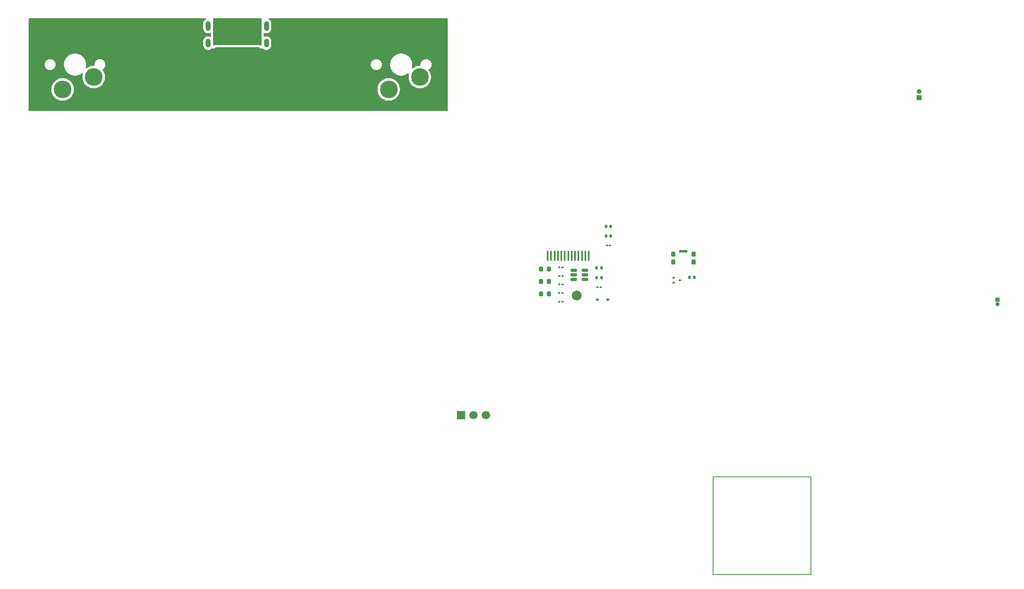
<source format=gbr>
%TF.GenerationSoftware,KiCad,Pcbnew,9.0.3*%
%TF.CreationDate,2025-07-16T09:35:22-04:00*%
%TF.ProjectId,board,626f6172-642e-46b6-9963-61645f706362,rev?*%
%TF.SameCoordinates,Original*%
%TF.FileFunction,Copper,L1,Top*%
%TF.FilePolarity,Positive*%
%FSLAX46Y46*%
G04 Gerber Fmt 4.6, Leading zero omitted, Abs format (unit mm)*
G04 Created by KiCad (PCBNEW 9.0.3) date 2025-07-16 09:35:22*
%MOMM*%
%LPD*%
G01*
G04 APERTURE LIST*
G04 Aperture macros list*
%AMRoundRect*
0 Rectangle with rounded corners*
0 $1 Rounding radius*
0 $2 $3 $4 $5 $6 $7 $8 $9 X,Y pos of 4 corners*
0 Add a 4 corners polygon primitive as box body*
4,1,4,$2,$3,$4,$5,$6,$7,$8,$9,$2,$3,0*
0 Add four circle primitives for the rounded corners*
1,1,$1+$1,$2,$3*
1,1,$1+$1,$4,$5*
1,1,$1+$1,$6,$7*
1,1,$1+$1,$8,$9*
0 Add four rect primitives between the rounded corners*
20,1,$1+$1,$2,$3,$4,$5,0*
20,1,$1+$1,$4,$5,$6,$7,0*
20,1,$1+$1,$6,$7,$8,$9,0*
20,1,$1+$1,$8,$9,$2,$3,0*%
G04 Aperture macros list end*
%TA.AperFunction,NonConductor*%
%ADD10C,0.200000*%
%TD*%
%TA.AperFunction,ComponentPad*%
%ADD11C,3.600000*%
%TD*%
%TA.AperFunction,ComponentPad*%
%ADD12O,1.000000X2.000000*%
%TD*%
%TA.AperFunction,ComponentPad*%
%ADD13O,1.000000X1.800000*%
%TD*%
%TA.AperFunction,SMDPad,CuDef*%
%ADD14RoundRect,0.135000X-0.135000X-0.185000X0.135000X-0.185000X0.135000X0.185000X-0.135000X0.185000X0*%
%TD*%
%TA.AperFunction,SMDPad,CuDef*%
%ADD15RoundRect,0.140000X-0.140000X-0.170000X0.140000X-0.170000X0.140000X0.170000X-0.140000X0.170000X0*%
%TD*%
%TA.AperFunction,SMDPad,CuDef*%
%ADD16RoundRect,0.100000X0.155000X0.100000X-0.155000X0.100000X-0.155000X-0.100000X0.155000X-0.100000X0*%
%TD*%
%TA.AperFunction,ComponentPad*%
%ADD17R,1.000000X1.000000*%
%TD*%
%TA.AperFunction,ComponentPad*%
%ADD18C,1.000000*%
%TD*%
%TA.AperFunction,SMDPad,CuDef*%
%ADD19RoundRect,0.100000X-0.130000X-0.100000X0.130000X-0.100000X0.130000X0.100000X-0.130000X0.100000X0*%
%TD*%
%TA.AperFunction,SMDPad,CuDef*%
%ADD20RoundRect,0.218750X-0.218750X-0.256250X0.218750X-0.256250X0.218750X0.256250X-0.218750X0.256250X0*%
%TD*%
%TA.AperFunction,SMDPad,CuDef*%
%ADD21RoundRect,0.225000X-0.225000X-0.250000X0.225000X-0.250000X0.225000X0.250000X-0.225000X0.250000X0*%
%TD*%
%TA.AperFunction,SMDPad,CuDef*%
%ADD22RoundRect,0.135000X-0.315000X-0.365000X0.315000X-0.365000X0.315000X0.365000X-0.315000X0.365000X0*%
%TD*%
%TA.AperFunction,SMDPad,CuDef*%
%ADD23RoundRect,0.082500X-0.767500X-0.192500X0.767500X-0.192500X0.767500X0.192500X-0.767500X0.192500X0*%
%TD*%
%TA.AperFunction,ConnectorPad*%
%ADD24R,0.350000X2.000000*%
%TD*%
%TA.AperFunction,SMDPad,CuDef*%
%ADD25RoundRect,0.150000X-0.512500X-0.150000X0.512500X-0.150000X0.512500X0.150000X-0.512500X0.150000X0*%
%TD*%
%TA.AperFunction,SMDPad,CuDef*%
%ADD26RoundRect,0.112500X-0.187500X-0.112500X0.187500X-0.112500X0.187500X0.112500X-0.187500X0.112500X0*%
%TD*%
%TA.AperFunction,SMDPad,CuDef*%
%ADD27C,2.000000*%
%TD*%
%TA.AperFunction,ComponentPad*%
%ADD28R,0.850000X0.850000*%
%TD*%
%TA.AperFunction,ComponentPad*%
%ADD29C,0.850000*%
%TD*%
%TA.AperFunction,ComponentPad*%
%ADD30R,1.700000X1.700000*%
%TD*%
%TA.AperFunction,ComponentPad*%
%ADD31C,1.700000*%
%TD*%
G04 APERTURE END LIST*
D10*
X160000000Y-114000000D02*
X180000000Y-114000000D01*
X180000000Y-134000000D01*
X160000000Y-134000000D01*
X160000000Y-114000000D01*
D11*
%TO.P,SW1,1,1*%
%TO.N,/BUTTON_L*%
X33510000Y-32240000D03*
%TO.P,SW1,2,2*%
%TO.N,GND*%
X27160000Y-34780000D03*
%TD*%
%TO.P,SW2,1,1*%
%TO.N,/BUTTON_R*%
X100110000Y-32240000D03*
%TO.P,SW2,2,2*%
%TO.N,GND*%
X93760000Y-34780000D03*
%TD*%
D12*
%TO.P,J1,SH4,SHIELD*%
%TO.N,GND*%
X68780750Y-21800000D03*
%TO.P,J1,SH3,SHIELD*%
X56880750Y-21800000D03*
D13*
%TO.P,J1,SH2,SHIELD*%
X68780750Y-25300000D03*
%TO.P,J1,SH1,SHIELD*%
X56880750Y-25300000D03*
%TD*%
D14*
%TO.P,R5,1*%
%TO.N,/SNS_VBAT_EN*%
X155180000Y-73200000D03*
%TO.P,R5,2*%
%TO.N,GND*%
X156200000Y-73200000D03*
%TD*%
D15*
%TO.P,C29,1*%
%TO.N,9V*%
X138125000Y-62790000D03*
%TO.P,C29,2*%
%TO.N,GND*%
X139085000Y-62790000D03*
%TD*%
D14*
%TO.P,R20,1*%
%TO.N,Net-(U9-FB)*%
X136225000Y-73290000D03*
%TO.P,R20,2*%
%TO.N,9V*%
X137245000Y-73290000D03*
%TD*%
D16*
%TO.P,Q1,1,G*%
%TO.N,/SNS_VBAT_EN*%
X151920000Y-73280000D03*
%TO.P,Q1,2,S*%
%TO.N,VBAT*%
X151920000Y-74280000D03*
%TO.P,Q1,3,D*%
%TO.N,Net-(Q1-D)*%
X153210000Y-73780000D03*
%TD*%
D17*
%TO.P,J2,1,Pin_1*%
%TO.N,VBAT*%
X202100000Y-36500000D03*
D18*
%TO.P,J2,2,Pin_2*%
%TO.N,GND*%
X202100000Y-35230000D03*
%TD*%
D19*
%TO.P,C39,1*%
%TO.N,3V3*%
X128585000Y-74680000D03*
%TO.P,C39,2*%
%TO.N,GND*%
X129225000Y-74680000D03*
%TD*%
D14*
%TO.P,R13,1*%
%TO.N,GND*%
X136225000Y-71300000D03*
%TO.P,R13,2*%
%TO.N,/DISP_REG_EN*%
X137245000Y-71300000D03*
%TD*%
D20*
%TO.P,L2,1,1*%
%TO.N,VSYS*%
X124887500Y-76580000D03*
%TO.P,L2,2,2*%
%TO.N,Net-(D1-A)*%
X126462500Y-76580000D03*
%TD*%
D21*
%TO.P,C42,1*%
%TO.N,9V*%
X124900000Y-74070000D03*
%TO.P,C42,2*%
%TO.N,GND*%
X126450000Y-74070000D03*
%TD*%
D19*
%TO.P,R21,1*%
%TO.N,GND*%
X136415000Y-75280000D03*
%TO.P,R21,2*%
%TO.N,Net-(U9-FB)*%
X137055000Y-75280000D03*
%TD*%
D15*
%TO.P,C37,1*%
%TO.N,Net-(DS2-VCOMH)*%
X138125000Y-64760000D03*
%TO.P,C37,2*%
%TO.N,GND*%
X139085000Y-64760000D03*
%TD*%
D22*
%TO.P,SW3,1,1*%
%TO.N,/BUTTON_MENU*%
X151890000Y-68480000D03*
X155990000Y-68480000D03*
%TO.P,SW3,2,2*%
%TO.N,GND*%
X151890000Y-70080000D03*
X155990000Y-70080000D03*
D23*
%TO.P,SW3,SH,B*%
X153940000Y-67855000D03*
%TD*%
D19*
%TO.P,C38,1*%
%TO.N,3V3*%
X128585000Y-72930000D03*
%TO.P,C38,2*%
%TO.N,GND*%
X129225000Y-72930000D03*
%TD*%
%TO.P,R6,1*%
%TO.N,GND*%
X128585000Y-76430000D03*
%TO.P,R6,2*%
%TO.N,Net-(DS2-IREF)*%
X129225000Y-76430000D03*
%TD*%
%TO.P,C41,1*%
%TO.N,GND*%
X138285000Y-66730000D03*
%TO.P,C41,2*%
%TO.N,VSYS*%
X138925000Y-66730000D03*
%TD*%
D24*
%TO.P,DS2,1,NC*%
%TO.N,unconnected-(DS2-NC-Pad1)*%
X126220000Y-68805000D03*
%TO.P,DS2,2,VPP*%
%TO.N,9V*%
X126920000Y-68805000D03*
%TO.P,DS2,3,VCOMH*%
%TO.N,Net-(DS2-VCOMH)*%
X127620000Y-68805000D03*
%TO.P,DS2,4,VDD*%
%TO.N,3V3*%
X128320000Y-68805000D03*
%TO.P,DS2,5,IM1*%
%TO.N,GND*%
X129020000Y-68805000D03*
%TO.P,DS2,6,IREF*%
%TO.N,Net-(DS2-IREF)*%
X129720000Y-68805000D03*
%TO.P,DS2,7,~{CS}*%
%TO.N,/DISP_PIN_CS*%
X130420000Y-68805000D03*
%TO.P,DS2,8,~{RES}*%
%TO.N,/DISP_PIN_RST*%
X131120000Y-68805000D03*
%TO.P,DS2,9,DC*%
%TO.N,/DISP_PIN_DC*%
X131820000Y-68805000D03*
%TO.P,DS2,10,D0*%
%TO.N,/DISP_PIN_SCLK*%
X132520000Y-68805000D03*
%TO.P,DS2,11,D1*%
%TO.N,/DISP_PIN_MOSI*%
X133220000Y-68805000D03*
%TO.P,DS2,12,VSS*%
%TO.N,GND*%
X133920000Y-68805000D03*
%TO.P,DS2,13,NC*%
%TO.N,unconnected-(DS2-NC-Pad13)*%
X134620000Y-68805000D03*
%TD*%
D21*
%TO.P,C40,1*%
%TO.N,GND*%
X124900000Y-71560000D03*
%TO.P,C40,2*%
%TO.N,VSYS*%
X126450000Y-71560000D03*
%TD*%
D19*
%TO.P,R12,1*%
%TO.N,3V3*%
X128585000Y-78180000D03*
%TO.P,R12,2*%
%TO.N,/DISP_PIN_CS*%
X129225000Y-78180000D03*
%TD*%
D25*
%TO.P,U9,1,SW*%
%TO.N,Net-(D1-A)*%
X131567500Y-71755000D03*
%TO.P,U9,2,GND*%
%TO.N,GND*%
X131567500Y-72705000D03*
%TO.P,U9,3,FB*%
%TO.N,Net-(U9-FB)*%
X131567500Y-73655000D03*
%TO.P,U9,4,EN*%
%TO.N,/DISP_REG_EN*%
X133842500Y-73655000D03*
%TO.P,U9,5,IN*%
%TO.N,VSYS*%
X133842500Y-72705000D03*
%TO.P,U9,6,NC*%
%TO.N,unconnected-(U9-NC-Pad6)*%
X133842500Y-71755000D03*
%TD*%
D26*
%TO.P,D1,1,K*%
%TO.N,9V*%
X136400000Y-77750000D03*
%TO.P,D1,2,A*%
%TO.N,Net-(D1-A)*%
X138500000Y-77750000D03*
%TD*%
D27*
%TO.P,TP6,1,1*%
%TO.N,9V*%
X132155000Y-76950000D03*
%TD*%
D19*
%TO.P,C33,1*%
%TO.N,9V*%
X128585000Y-71180000D03*
%TO.P,C33,2*%
%TO.N,GND*%
X129225000Y-71180000D03*
%TD*%
D28*
%TO.P,J3,1,Pin_1*%
%TO.N,Net-(J3-Pin_1)*%
X218110000Y-77750000D03*
D29*
%TO.P,J3,2,Pin_2*%
%TO.N,Net-(J3-Pin_2)*%
X218110000Y-78750000D03*
%TD*%
D30*
%TO.P,J4,1,Pin_1*%
%TO.N,Net-(J4-Pin_1)*%
X108510000Y-101450000D03*
D31*
%TO.P,J4,2,Pin_2*%
%TO.N,GND*%
X111050000Y-101450000D03*
%TO.P,J4,3,Pin_3*%
%TO.N,Net-(J4-Pin_3)*%
X113589999Y-101450000D03*
%TD*%
%TA.AperFunction,Conductor*%
%TO.N,3V3*%
G36*
X56383680Y-20220185D02*
G01*
X56429435Y-20272989D01*
X56439379Y-20342147D01*
X56410354Y-20405703D01*
X56385532Y-20427602D01*
X56242968Y-20522860D01*
X56242964Y-20522863D01*
X56103613Y-20662214D01*
X56103610Y-20662218D01*
X55994121Y-20826079D01*
X55994114Y-20826092D01*
X55918700Y-21008160D01*
X55918697Y-21008170D01*
X55880250Y-21201456D01*
X55880250Y-21201459D01*
X55880250Y-22398541D01*
X55880250Y-22398543D01*
X55880249Y-22398543D01*
X55918697Y-22591829D01*
X55918700Y-22591839D01*
X55994114Y-22773907D01*
X55994121Y-22773920D01*
X56103610Y-22937781D01*
X56103613Y-22937785D01*
X56242964Y-23077136D01*
X56242968Y-23077139D01*
X56406829Y-23186628D01*
X56406842Y-23186635D01*
X56530174Y-23237720D01*
X56588915Y-23262051D01*
X56588919Y-23262051D01*
X56588920Y-23262052D01*
X56782206Y-23300500D01*
X56782209Y-23300500D01*
X56979293Y-23300500D01*
X57109332Y-23274632D01*
X57172585Y-23262051D01*
X57288799Y-23213913D01*
X57358266Y-23206445D01*
X57420746Y-23237720D01*
X57456398Y-23297809D01*
X57460250Y-23328475D01*
X57460250Y-23871524D01*
X57440565Y-23938563D01*
X57387761Y-23984318D01*
X57318603Y-23994262D01*
X57288798Y-23986085D01*
X57172589Y-23937950D01*
X57172579Y-23937947D01*
X56979293Y-23899500D01*
X56979291Y-23899500D01*
X56782209Y-23899500D01*
X56782207Y-23899500D01*
X56588920Y-23937947D01*
X56588910Y-23937950D01*
X56406842Y-24013364D01*
X56406829Y-24013371D01*
X56242968Y-24122860D01*
X56242964Y-24122863D01*
X56103613Y-24262214D01*
X56103610Y-24262218D01*
X55994121Y-24426079D01*
X55994114Y-24426092D01*
X55918700Y-24608160D01*
X55918697Y-24608170D01*
X55880250Y-24801456D01*
X55880250Y-24801459D01*
X55880250Y-25798541D01*
X55880250Y-25798543D01*
X55880249Y-25798543D01*
X55918697Y-25991829D01*
X55918700Y-25991839D01*
X55994114Y-26173907D01*
X55994121Y-26173920D01*
X56103610Y-26337781D01*
X56103613Y-26337785D01*
X56242964Y-26477136D01*
X56242968Y-26477139D01*
X56406829Y-26586628D01*
X56406842Y-26586635D01*
X56588910Y-26662049D01*
X56588915Y-26662051D01*
X56588919Y-26662051D01*
X56588920Y-26662052D01*
X56782206Y-26700500D01*
X56782209Y-26700500D01*
X56979293Y-26700500D01*
X57109332Y-26674632D01*
X57172585Y-26662051D01*
X57354664Y-26586632D01*
X57518532Y-26477139D01*
X57614670Y-26381000D01*
X57675991Y-26347516D01*
X57734775Y-26348996D01*
X57745834Y-26351992D01*
X57794387Y-26375381D01*
X57904330Y-26400491D01*
X57920868Y-26400493D01*
X57920901Y-26400507D01*
X57924909Y-26400506D01*
X57925089Y-26400555D01*
X57960783Y-26400549D01*
X57960783Y-26400550D01*
X58017176Y-26400541D01*
X58127129Y-26375428D01*
X58228739Y-26326481D01*
X58228742Y-26326478D01*
X58228746Y-26326476D01*
X58316909Y-26256154D01*
X58316911Y-26256152D01*
X58382484Y-26173914D01*
X58387225Y-26167968D01*
X58387226Y-26167965D01*
X58390928Y-26162075D01*
X58392693Y-26163184D01*
X58432738Y-26118836D01*
X58497631Y-26100500D01*
X67163924Y-26100500D01*
X67230963Y-26120185D01*
X67268933Y-26163109D01*
X67270617Y-26162052D01*
X67274320Y-26167948D01*
X67344617Y-26256110D01*
X67344623Y-26256116D01*
X67344624Y-26256117D01*
X67414965Y-26312223D01*
X67432787Y-26326438D01*
X67534387Y-26375381D01*
X67534389Y-26375382D01*
X67629234Y-26397043D01*
X67644330Y-26400491D01*
X67648419Y-26400491D01*
X67650386Y-26400508D01*
X67651421Y-26400525D01*
X67651525Y-26400557D01*
X67700783Y-26400549D01*
X67700783Y-26400550D01*
X67757176Y-26400541D01*
X67867129Y-26375428D01*
X67905372Y-26357006D01*
X67974312Y-26345646D01*
X68038449Y-26373361D01*
X68046867Y-26381039D01*
X68142964Y-26477136D01*
X68142968Y-26477139D01*
X68306829Y-26586628D01*
X68306842Y-26586635D01*
X68488910Y-26662049D01*
X68488915Y-26662051D01*
X68488919Y-26662051D01*
X68488920Y-26662052D01*
X68682206Y-26700500D01*
X68682209Y-26700500D01*
X68879293Y-26700500D01*
X69009332Y-26674632D01*
X69072585Y-26662051D01*
X69254664Y-26586632D01*
X69418532Y-26477139D01*
X69557889Y-26337782D01*
X69667382Y-26173914D01*
X69669845Y-26167969D01*
X69742799Y-25991839D01*
X69742801Y-25991835D01*
X69761250Y-25899086D01*
X69781250Y-25798543D01*
X69781250Y-24801456D01*
X69742802Y-24608170D01*
X69742801Y-24608169D01*
X69742801Y-24608165D01*
X69742799Y-24608160D01*
X69667385Y-24426092D01*
X69667378Y-24426079D01*
X69557889Y-24262218D01*
X69557886Y-24262214D01*
X69418535Y-24122863D01*
X69418531Y-24122860D01*
X69254670Y-24013371D01*
X69254657Y-24013364D01*
X69072589Y-23937950D01*
X69072579Y-23937947D01*
X68879293Y-23899500D01*
X68879291Y-23899500D01*
X68682209Y-23899500D01*
X68682207Y-23899500D01*
X68488920Y-23937947D01*
X68488910Y-23937950D01*
X68372702Y-23986085D01*
X68303233Y-23993554D01*
X68240754Y-23962278D01*
X68205102Y-23902189D01*
X68201250Y-23871524D01*
X68201250Y-23328475D01*
X68220935Y-23261436D01*
X68273739Y-23215681D01*
X68342897Y-23205737D01*
X68372697Y-23213912D01*
X68488915Y-23262051D01*
X68488919Y-23262051D01*
X68488920Y-23262052D01*
X68682206Y-23300500D01*
X68682209Y-23300500D01*
X68879293Y-23300500D01*
X69009332Y-23274632D01*
X69072585Y-23262051D01*
X69254664Y-23186632D01*
X69418532Y-23077139D01*
X69557889Y-22937782D01*
X69667382Y-22773914D01*
X69742801Y-22591835D01*
X69781250Y-22398541D01*
X69781250Y-21201459D01*
X69781250Y-21201456D01*
X69742802Y-21008170D01*
X69742801Y-21008169D01*
X69742801Y-21008165D01*
X69742799Y-21008160D01*
X69667385Y-20826092D01*
X69667378Y-20826079D01*
X69557889Y-20662218D01*
X69557886Y-20662214D01*
X69418535Y-20522863D01*
X69418531Y-20522860D01*
X69275968Y-20427602D01*
X69231163Y-20373990D01*
X69222456Y-20304665D01*
X69252611Y-20241637D01*
X69312054Y-20204918D01*
X69344859Y-20200500D01*
X105675500Y-20200500D01*
X105742539Y-20220185D01*
X105788294Y-20272989D01*
X105799500Y-20324500D01*
X105799500Y-39075500D01*
X105779815Y-39142539D01*
X105727011Y-39188294D01*
X105675500Y-39199500D01*
X20324500Y-39199500D01*
X20257461Y-39179815D01*
X20211706Y-39127011D01*
X20200500Y-39075500D01*
X20200500Y-34629223D01*
X24859500Y-34629223D01*
X24859500Y-34930776D01*
X24859501Y-34930793D01*
X24898861Y-35229766D01*
X24976913Y-35521060D01*
X25092314Y-35799661D01*
X25092318Y-35799671D01*
X25243099Y-36060831D01*
X25426679Y-36300078D01*
X25426685Y-36300085D01*
X25639914Y-36513314D01*
X25639921Y-36513320D01*
X25879168Y-36696900D01*
X26140328Y-36847681D01*
X26140329Y-36847681D01*
X26140332Y-36847683D01*
X26326072Y-36924619D01*
X26418939Y-36963086D01*
X26418940Y-36963086D01*
X26418942Y-36963087D01*
X26710232Y-37041138D01*
X27009217Y-37080500D01*
X27009224Y-37080500D01*
X27310776Y-37080500D01*
X27310783Y-37080500D01*
X27609768Y-37041138D01*
X27901058Y-36963087D01*
X28179668Y-36847683D01*
X28440832Y-36696900D01*
X28680080Y-36513319D01*
X28893319Y-36300080D01*
X29076900Y-36060832D01*
X29227683Y-35799668D01*
X29343087Y-35521058D01*
X29421138Y-35229768D01*
X29460500Y-34930783D01*
X29460500Y-34629223D01*
X91459500Y-34629223D01*
X91459500Y-34930776D01*
X91459501Y-34930793D01*
X91498861Y-35229766D01*
X91576913Y-35521060D01*
X91692314Y-35799661D01*
X91692318Y-35799671D01*
X91843099Y-36060831D01*
X92026679Y-36300078D01*
X92026685Y-36300085D01*
X92239914Y-36513314D01*
X92239921Y-36513320D01*
X92479168Y-36696900D01*
X92740328Y-36847681D01*
X92740329Y-36847681D01*
X92740332Y-36847683D01*
X92926072Y-36924619D01*
X93018939Y-36963086D01*
X93018940Y-36963086D01*
X93018942Y-36963087D01*
X93310232Y-37041138D01*
X93609217Y-37080500D01*
X93609224Y-37080500D01*
X93910776Y-37080500D01*
X93910783Y-37080500D01*
X94209768Y-37041138D01*
X94501058Y-36963087D01*
X94779668Y-36847683D01*
X95040832Y-36696900D01*
X95280080Y-36513319D01*
X95493319Y-36300080D01*
X95676900Y-36060832D01*
X95827683Y-35799668D01*
X95943087Y-35521058D01*
X96021138Y-35229768D01*
X96060500Y-34930783D01*
X96060500Y-34629217D01*
X96021138Y-34330232D01*
X95943087Y-34038942D01*
X95915905Y-33973320D01*
X95827685Y-33760338D01*
X95827681Y-33760328D01*
X95676900Y-33499168D01*
X95493320Y-33259921D01*
X95493314Y-33259914D01*
X95280085Y-33046685D01*
X95280078Y-33046679D01*
X95040831Y-32863099D01*
X94779671Y-32712318D01*
X94779661Y-32712314D01*
X94501060Y-32596913D01*
X94209766Y-32518861D01*
X93910793Y-32479501D01*
X93910788Y-32479500D01*
X93910783Y-32479500D01*
X93609217Y-32479500D01*
X93609211Y-32479500D01*
X93609206Y-32479501D01*
X93310233Y-32518861D01*
X93018939Y-32596913D01*
X92740338Y-32712314D01*
X92740328Y-32712318D01*
X92479168Y-32863099D01*
X92239921Y-33046679D01*
X92239914Y-33046685D01*
X92026685Y-33259914D01*
X92026679Y-33259921D01*
X91843099Y-33499168D01*
X91692318Y-33760328D01*
X91692314Y-33760338D01*
X91576913Y-34038939D01*
X91498861Y-34330233D01*
X91459501Y-34629206D01*
X91459500Y-34629223D01*
X29460500Y-34629223D01*
X29460500Y-34629217D01*
X29421138Y-34330232D01*
X29343087Y-34038942D01*
X29315905Y-33973320D01*
X29227685Y-33760338D01*
X29227681Y-33760328D01*
X29076900Y-33499168D01*
X28893320Y-33259921D01*
X28893314Y-33259914D01*
X28680085Y-33046685D01*
X28680078Y-33046679D01*
X28440831Y-32863099D01*
X28179671Y-32712318D01*
X28179661Y-32712314D01*
X27901060Y-32596913D01*
X27609766Y-32518861D01*
X27310793Y-32479501D01*
X27310788Y-32479500D01*
X27310783Y-32479500D01*
X27009217Y-32479500D01*
X27009211Y-32479500D01*
X27009206Y-32479501D01*
X26710233Y-32518861D01*
X26418939Y-32596913D01*
X26140338Y-32712314D01*
X26140328Y-32712318D01*
X25879168Y-32863099D01*
X25639921Y-33046679D01*
X25639914Y-33046685D01*
X25426685Y-33259914D01*
X25426679Y-33259921D01*
X25243099Y-33499168D01*
X25092318Y-33760328D01*
X25092314Y-33760338D01*
X24976913Y-34038939D01*
X24898861Y-34330233D01*
X24859501Y-34629206D01*
X24859500Y-34629223D01*
X20200500Y-34629223D01*
X20200500Y-29611421D01*
X23494500Y-29611421D01*
X23494500Y-29788578D01*
X23522214Y-29963556D01*
X23576956Y-30132039D01*
X23576957Y-30132042D01*
X23657386Y-30289890D01*
X23761517Y-30433214D01*
X23886786Y-30558483D01*
X24030110Y-30662614D01*
X24098577Y-30697500D01*
X24187957Y-30743042D01*
X24187960Y-30743043D01*
X24272201Y-30770414D01*
X24356445Y-30797786D01*
X24531421Y-30825500D01*
X24531422Y-30825500D01*
X24708578Y-30825500D01*
X24708579Y-30825500D01*
X24883555Y-30797786D01*
X25052042Y-30743042D01*
X25209890Y-30662614D01*
X25353214Y-30558483D01*
X25478483Y-30433214D01*
X25582614Y-30289890D01*
X25663042Y-30132042D01*
X25717786Y-29963555D01*
X25745500Y-29788579D01*
X25745500Y-29611421D01*
X25736165Y-29552486D01*
X27449500Y-29552486D01*
X27449500Y-29847513D01*
X27477069Y-30056913D01*
X27488007Y-30139993D01*
X27543938Y-30348732D01*
X27564361Y-30424951D01*
X27564364Y-30424961D01*
X27677254Y-30697500D01*
X27677258Y-30697510D01*
X27824761Y-30952993D01*
X28004352Y-31187040D01*
X28004358Y-31187047D01*
X28212952Y-31395641D01*
X28212959Y-31395647D01*
X28447006Y-31575238D01*
X28702489Y-31722741D01*
X28702490Y-31722741D01*
X28702493Y-31722743D01*
X28975048Y-31835639D01*
X29260007Y-31911993D01*
X29552494Y-31950500D01*
X29552501Y-31950500D01*
X29847499Y-31950500D01*
X29847506Y-31950500D01*
X30139993Y-31911993D01*
X30424952Y-31835639D01*
X30697507Y-31722743D01*
X30952994Y-31575238D01*
X31108151Y-31456181D01*
X31173318Y-31430988D01*
X31241763Y-31445026D01*
X31291753Y-31493840D01*
X31307417Y-31561931D01*
X31303411Y-31586651D01*
X31248861Y-31790233D01*
X31209501Y-32089206D01*
X31209500Y-32089223D01*
X31209500Y-32390776D01*
X31209501Y-32390793D01*
X31248861Y-32689766D01*
X31326913Y-32981060D01*
X31442314Y-33259661D01*
X31442318Y-33259671D01*
X31593099Y-33520831D01*
X31776679Y-33760078D01*
X31776685Y-33760085D01*
X31989914Y-33973314D01*
X31989921Y-33973320D01*
X32229168Y-34156900D01*
X32490328Y-34307681D01*
X32490329Y-34307681D01*
X32490332Y-34307683D01*
X32676072Y-34384619D01*
X32768939Y-34423086D01*
X32768940Y-34423086D01*
X32768942Y-34423087D01*
X33060232Y-34501138D01*
X33359217Y-34540500D01*
X33359224Y-34540500D01*
X33660776Y-34540500D01*
X33660783Y-34540500D01*
X33959768Y-34501138D01*
X34251058Y-34423087D01*
X34529668Y-34307683D01*
X34790832Y-34156900D01*
X35030080Y-33973319D01*
X35243319Y-33760080D01*
X35426900Y-33520832D01*
X35577683Y-33259668D01*
X35693087Y-32981058D01*
X35771138Y-32689768D01*
X35810500Y-32390783D01*
X35810500Y-32089217D01*
X35771138Y-31790232D01*
X35693087Y-31498942D01*
X35577683Y-31220332D01*
X35426900Y-30959168D01*
X35337727Y-30842955D01*
X35312533Y-30777786D01*
X35326571Y-30709341D01*
X35366758Y-30666593D01*
X35365948Y-30665478D01*
X35369891Y-30662613D01*
X35513214Y-30558483D01*
X35638483Y-30433214D01*
X35742614Y-30289890D01*
X35823042Y-30132042D01*
X35877786Y-29963555D01*
X35905500Y-29788579D01*
X35905500Y-29611421D01*
X90094500Y-29611421D01*
X90094500Y-29788578D01*
X90122214Y-29963556D01*
X90176956Y-30132039D01*
X90176957Y-30132042D01*
X90257386Y-30289890D01*
X90361517Y-30433214D01*
X90486786Y-30558483D01*
X90630110Y-30662614D01*
X90698577Y-30697500D01*
X90787957Y-30743042D01*
X90787960Y-30743043D01*
X90872201Y-30770414D01*
X90956445Y-30797786D01*
X91131421Y-30825500D01*
X91131422Y-30825500D01*
X91308578Y-30825500D01*
X91308579Y-30825500D01*
X91483555Y-30797786D01*
X91652042Y-30743042D01*
X91809890Y-30662614D01*
X91953214Y-30558483D01*
X92078483Y-30433214D01*
X92182614Y-30289890D01*
X92263042Y-30132042D01*
X92317786Y-29963555D01*
X92345500Y-29788579D01*
X92345500Y-29611421D01*
X92336165Y-29552486D01*
X94049500Y-29552486D01*
X94049500Y-29847513D01*
X94077069Y-30056913D01*
X94088007Y-30139993D01*
X94143938Y-30348732D01*
X94164361Y-30424951D01*
X94164364Y-30424961D01*
X94277254Y-30697500D01*
X94277258Y-30697510D01*
X94424761Y-30952993D01*
X94604352Y-31187040D01*
X94604358Y-31187047D01*
X94812952Y-31395641D01*
X94812959Y-31395647D01*
X95047006Y-31575238D01*
X95302489Y-31722741D01*
X95302490Y-31722741D01*
X95302493Y-31722743D01*
X95575048Y-31835639D01*
X95860007Y-31911993D01*
X96152494Y-31950500D01*
X96152501Y-31950500D01*
X96447499Y-31950500D01*
X96447506Y-31950500D01*
X96739993Y-31911993D01*
X97024952Y-31835639D01*
X97297507Y-31722743D01*
X97552994Y-31575238D01*
X97708151Y-31456181D01*
X97773318Y-31430988D01*
X97841763Y-31445026D01*
X97891753Y-31493840D01*
X97907417Y-31561931D01*
X97903411Y-31586651D01*
X97848861Y-31790233D01*
X97809501Y-32089206D01*
X97809500Y-32089223D01*
X97809500Y-32390776D01*
X97809501Y-32390793D01*
X97848861Y-32689766D01*
X97926913Y-32981060D01*
X98042314Y-33259661D01*
X98042318Y-33259671D01*
X98193099Y-33520831D01*
X98376679Y-33760078D01*
X98376685Y-33760085D01*
X98589914Y-33973314D01*
X98589921Y-33973320D01*
X98829168Y-34156900D01*
X99090328Y-34307681D01*
X99090329Y-34307681D01*
X99090332Y-34307683D01*
X99276072Y-34384619D01*
X99368939Y-34423086D01*
X99368940Y-34423086D01*
X99368942Y-34423087D01*
X99660232Y-34501138D01*
X99959217Y-34540500D01*
X99959224Y-34540500D01*
X100260776Y-34540500D01*
X100260783Y-34540500D01*
X100559768Y-34501138D01*
X100851058Y-34423087D01*
X101129668Y-34307683D01*
X101390832Y-34156900D01*
X101630080Y-33973319D01*
X101843319Y-33760080D01*
X102026900Y-33520832D01*
X102177683Y-33259668D01*
X102293087Y-32981058D01*
X102371138Y-32689768D01*
X102410500Y-32390783D01*
X102410500Y-32089217D01*
X102371138Y-31790232D01*
X102293087Y-31498942D01*
X102177683Y-31220332D01*
X102026900Y-30959168D01*
X101937727Y-30842955D01*
X101912533Y-30777786D01*
X101926571Y-30709341D01*
X101966758Y-30666593D01*
X101965948Y-30665478D01*
X101969891Y-30662613D01*
X102113214Y-30558483D01*
X102238483Y-30433214D01*
X102342614Y-30289890D01*
X102423042Y-30132042D01*
X102477786Y-29963555D01*
X102505500Y-29788579D01*
X102505500Y-29611421D01*
X102477786Y-29436445D01*
X102423042Y-29267958D01*
X102423042Y-29267957D01*
X102342613Y-29110109D01*
X102238483Y-28966786D01*
X102113214Y-28841517D01*
X101969890Y-28737386D01*
X101812042Y-28656957D01*
X101812039Y-28656956D01*
X101643556Y-28602214D01*
X101556067Y-28588357D01*
X101468579Y-28574500D01*
X101291421Y-28574500D01*
X101233095Y-28583738D01*
X101116443Y-28602214D01*
X100947960Y-28656956D01*
X100947957Y-28656957D01*
X100790109Y-28737386D01*
X100708338Y-28796796D01*
X100646786Y-28841517D01*
X100646784Y-28841519D01*
X100646783Y-28841519D01*
X100521519Y-28966783D01*
X100521519Y-28966784D01*
X100521517Y-28966786D01*
X100476796Y-29028338D01*
X100417386Y-29110109D01*
X100336957Y-29267957D01*
X100336956Y-29267960D01*
X100282214Y-29436443D01*
X100263833Y-29552494D01*
X100254500Y-29611421D01*
X100254500Y-29788579D01*
X100255691Y-29796102D01*
X100246739Y-29865393D01*
X100201744Y-29918846D01*
X100134993Y-29939487D01*
X100133219Y-29939500D01*
X99959217Y-29939500D01*
X99959211Y-29939500D01*
X99959206Y-29939501D01*
X99660233Y-29978861D01*
X99368939Y-30056913D01*
X99090338Y-30172314D01*
X99090328Y-30172318D01*
X98829168Y-30323099D01*
X98657945Y-30454482D01*
X98592775Y-30479676D01*
X98524331Y-30465637D01*
X98474341Y-30416823D01*
X98458678Y-30348732D01*
X98462681Y-30324027D01*
X98511993Y-30139993D01*
X98550500Y-29847506D01*
X98550500Y-29552494D01*
X98511993Y-29260007D01*
X98435639Y-28975048D01*
X98322743Y-28702493D01*
X98296453Y-28656958D01*
X98175238Y-28447006D01*
X97995647Y-28212959D01*
X97995641Y-28212952D01*
X97787047Y-28004358D01*
X97787040Y-28004352D01*
X97552993Y-27824761D01*
X97297510Y-27677258D01*
X97297500Y-27677254D01*
X97024961Y-27564364D01*
X97024954Y-27564362D01*
X97024952Y-27564361D01*
X96739993Y-27488007D01*
X96691113Y-27481571D01*
X96447513Y-27449500D01*
X96447506Y-27449500D01*
X96152494Y-27449500D01*
X96152486Y-27449500D01*
X95874085Y-27486153D01*
X95860007Y-27488007D01*
X95575048Y-27564361D01*
X95575038Y-27564364D01*
X95302499Y-27677254D01*
X95302489Y-27677258D01*
X95047006Y-27824761D01*
X94812959Y-28004352D01*
X94812952Y-28004358D01*
X94604358Y-28212952D01*
X94604352Y-28212959D01*
X94424761Y-28447006D01*
X94277258Y-28702489D01*
X94277254Y-28702499D01*
X94164364Y-28975038D01*
X94164361Y-28975048D01*
X94128172Y-29110110D01*
X94088008Y-29260004D01*
X94088006Y-29260015D01*
X94049500Y-29552486D01*
X92336165Y-29552486D01*
X92317786Y-29436445D01*
X92263042Y-29267958D01*
X92263042Y-29267957D01*
X92182613Y-29110109D01*
X92078483Y-28966786D01*
X91953214Y-28841517D01*
X91809890Y-28737386D01*
X91652042Y-28656957D01*
X91652039Y-28656956D01*
X91483556Y-28602214D01*
X91396067Y-28588357D01*
X91308579Y-28574500D01*
X91131421Y-28574500D01*
X91073095Y-28583738D01*
X90956443Y-28602214D01*
X90787960Y-28656956D01*
X90787957Y-28656957D01*
X90630109Y-28737386D01*
X90548338Y-28796796D01*
X90486786Y-28841517D01*
X90486784Y-28841519D01*
X90486783Y-28841519D01*
X90361519Y-28966783D01*
X90361519Y-28966784D01*
X90361517Y-28966786D01*
X90316796Y-29028338D01*
X90257386Y-29110109D01*
X90176957Y-29267957D01*
X90176956Y-29267960D01*
X90122214Y-29436443D01*
X90094500Y-29611421D01*
X35905500Y-29611421D01*
X35877786Y-29436445D01*
X35823042Y-29267958D01*
X35823042Y-29267957D01*
X35742613Y-29110109D01*
X35638483Y-28966786D01*
X35513214Y-28841517D01*
X35369890Y-28737386D01*
X35212042Y-28656957D01*
X35212039Y-28656956D01*
X35043556Y-28602214D01*
X34956067Y-28588357D01*
X34868579Y-28574500D01*
X34691421Y-28574500D01*
X34633095Y-28583738D01*
X34516443Y-28602214D01*
X34347960Y-28656956D01*
X34347957Y-28656957D01*
X34190109Y-28737386D01*
X34108338Y-28796796D01*
X34046786Y-28841517D01*
X34046784Y-28841519D01*
X34046783Y-28841519D01*
X33921519Y-28966783D01*
X33921519Y-28966784D01*
X33921517Y-28966786D01*
X33876796Y-29028338D01*
X33817386Y-29110109D01*
X33736957Y-29267957D01*
X33736956Y-29267960D01*
X33682214Y-29436443D01*
X33663833Y-29552494D01*
X33654500Y-29611421D01*
X33654500Y-29788579D01*
X33655691Y-29796102D01*
X33646739Y-29865393D01*
X33601744Y-29918846D01*
X33534993Y-29939487D01*
X33533219Y-29939500D01*
X33359217Y-29939500D01*
X33359211Y-29939500D01*
X33359206Y-29939501D01*
X33060233Y-29978861D01*
X32768939Y-30056913D01*
X32490338Y-30172314D01*
X32490328Y-30172318D01*
X32229168Y-30323099D01*
X32057945Y-30454482D01*
X31992775Y-30479676D01*
X31924331Y-30465637D01*
X31874341Y-30416823D01*
X31858678Y-30348732D01*
X31862681Y-30324027D01*
X31911993Y-30139993D01*
X31950500Y-29847506D01*
X31950500Y-29552494D01*
X31911993Y-29260007D01*
X31835639Y-28975048D01*
X31722743Y-28702493D01*
X31696453Y-28656958D01*
X31575238Y-28447006D01*
X31395647Y-28212959D01*
X31395641Y-28212952D01*
X31187047Y-28004358D01*
X31187040Y-28004352D01*
X30952993Y-27824761D01*
X30697510Y-27677258D01*
X30697500Y-27677254D01*
X30424961Y-27564364D01*
X30424954Y-27564362D01*
X30424952Y-27564361D01*
X30139993Y-27488007D01*
X30091113Y-27481571D01*
X29847513Y-27449500D01*
X29847506Y-27449500D01*
X29552494Y-27449500D01*
X29552486Y-27449500D01*
X29274085Y-27486153D01*
X29260007Y-27488007D01*
X28975048Y-27564361D01*
X28975038Y-27564364D01*
X28702499Y-27677254D01*
X28702489Y-27677258D01*
X28447006Y-27824761D01*
X28212959Y-28004352D01*
X28212952Y-28004358D01*
X28004358Y-28212952D01*
X28004352Y-28212959D01*
X27824761Y-28447006D01*
X27677258Y-28702489D01*
X27677254Y-28702499D01*
X27564364Y-28975038D01*
X27564361Y-28975048D01*
X27528172Y-29110110D01*
X27488008Y-29260004D01*
X27488006Y-29260015D01*
X27449500Y-29552486D01*
X25736165Y-29552486D01*
X25717786Y-29436445D01*
X25663042Y-29267958D01*
X25663042Y-29267957D01*
X25582613Y-29110109D01*
X25478483Y-28966786D01*
X25353214Y-28841517D01*
X25209890Y-28737386D01*
X25052042Y-28656957D01*
X25052039Y-28656956D01*
X24883556Y-28602214D01*
X24796067Y-28588357D01*
X24708579Y-28574500D01*
X24531421Y-28574500D01*
X24473095Y-28583738D01*
X24356443Y-28602214D01*
X24187960Y-28656956D01*
X24187957Y-28656957D01*
X24030109Y-28737386D01*
X23948338Y-28796796D01*
X23886786Y-28841517D01*
X23886784Y-28841519D01*
X23886783Y-28841519D01*
X23761519Y-28966783D01*
X23761519Y-28966784D01*
X23761517Y-28966786D01*
X23716796Y-29028338D01*
X23657386Y-29110109D01*
X23576957Y-29267957D01*
X23576956Y-29267960D01*
X23522214Y-29436443D01*
X23494500Y-29611421D01*
X20200500Y-29611421D01*
X20200500Y-20324500D01*
X20220185Y-20257461D01*
X20272989Y-20211706D01*
X20324500Y-20200500D01*
X56316641Y-20200500D01*
X56383680Y-20220185D01*
G37*
%TD.AperFunction*%
%TA.AperFunction,Conductor*%
G36*
X67743289Y-20220185D02*
G01*
X67789044Y-20272989D01*
X67800250Y-20324500D01*
X67800250Y-21088701D01*
X67797867Y-21112893D01*
X67780250Y-21201456D01*
X67780250Y-22398543D01*
X67797867Y-22487106D01*
X67800250Y-22511298D01*
X67800250Y-24688701D01*
X67797867Y-24712893D01*
X67780250Y-24801456D01*
X67780250Y-25696588D01*
X67760565Y-25763627D01*
X67707761Y-25809382D01*
X67638603Y-25819326D01*
X67575047Y-25790301D01*
X67568569Y-25784269D01*
X67514324Y-25730024D01*
X67440633Y-25699500D01*
X67440632Y-25699500D01*
X58300632Y-25699500D01*
X58220868Y-25699500D01*
X58220866Y-25699500D01*
X58147175Y-25730024D01*
X58147174Y-25730025D01*
X58092931Y-25784269D01*
X58031608Y-25817754D01*
X57961916Y-25812770D01*
X57905983Y-25770898D01*
X57881566Y-25705434D01*
X57881250Y-25696588D01*
X57881250Y-24801456D01*
X57863633Y-24712893D01*
X57861250Y-24688701D01*
X57861250Y-22511298D01*
X57863633Y-22487106D01*
X57881250Y-22398543D01*
X57881250Y-21201456D01*
X57863633Y-21112893D01*
X57861250Y-21088701D01*
X57861250Y-20324500D01*
X57880935Y-20257461D01*
X57933739Y-20211706D01*
X57985250Y-20200500D01*
X67676250Y-20200500D01*
X67743289Y-20220185D01*
G37*
%TD.AperFunction*%
%TD*%
M02*

</source>
